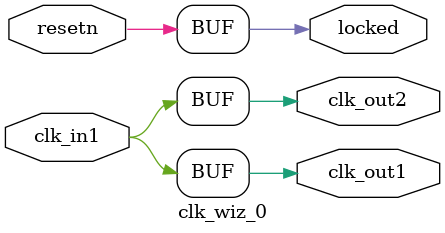
<source format=sv>
`timescale 1ps / 1ps

module clk_wiz_0(
    output wire clk_out1,
    output wire clk_out2,
    input  wire resetn,
    output wire locked,
    input  wire clk_in1
);
    assign clk_out1 = clk_in1;
    assign clk_out2 = clk_in1;
    assign locked   = resetn;
endmodule



</source>
